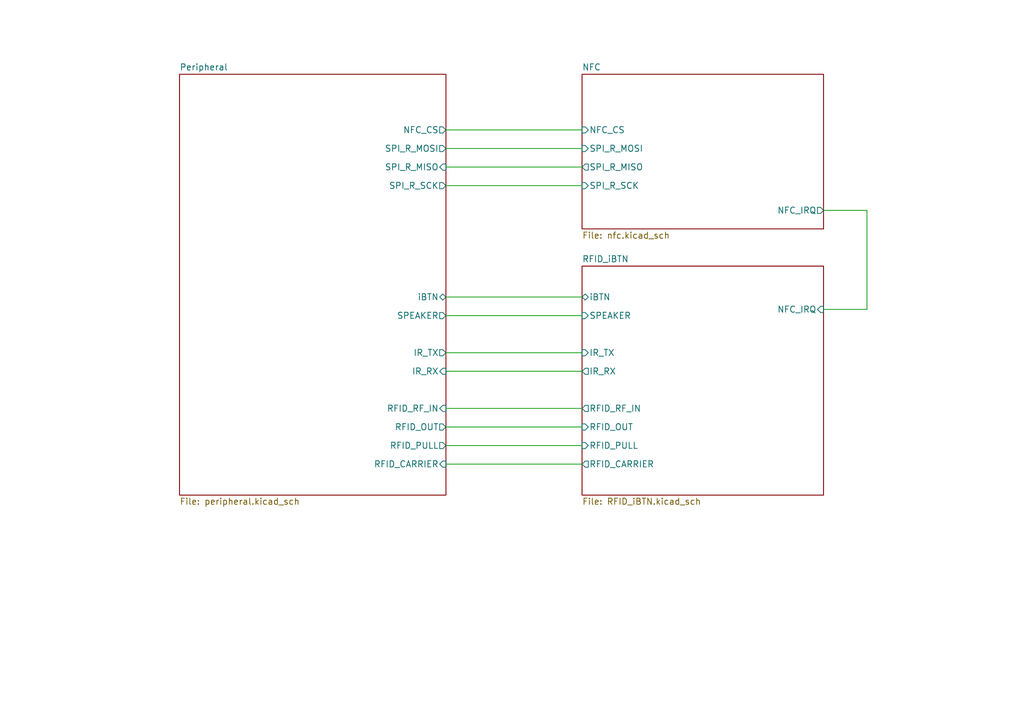
<source format=kicad_sch>
(kicad_sch
	(version 20231120)
	(generator "eeschema")
	(generator_version "8.0")
	(uuid "7dd4eb41-68d7-4a00-8d44-7d332f08e03f")
	(paper "A5")
	(lib_symbols)
	(wire
		(pts
			(xy 91.44 95.25) (xy 119.38 95.25)
		)
		(stroke
			(width 0)
			(type default)
		)
		(uuid "27b2d68e-8168-412c-bd42-0cc1b6c54e9a")
	)
	(wire
		(pts
			(xy 91.44 34.29) (xy 119.38 34.29)
		)
		(stroke
			(width 0)
			(type default)
		)
		(uuid "4beac326-c7b7-4e69-80d1-762d3f24494f")
	)
	(wire
		(pts
			(xy 91.44 38.1) (xy 119.38 38.1)
		)
		(stroke
			(width 0)
			(type default)
		)
		(uuid "641a7830-0d0a-4f8d-b3b1-073c62ede3bb")
	)
	(wire
		(pts
			(xy 91.44 26.67) (xy 119.38 26.67)
		)
		(stroke
			(width 0)
			(type default)
		)
		(uuid "645df947-5194-4ad8-b05e-5fa82df5f6b2")
	)
	(wire
		(pts
			(xy 91.44 76.2) (xy 119.38 76.2)
		)
		(stroke
			(width 0)
			(type default)
		)
		(uuid "81b909cb-3242-4852-9126-f93680183a82")
	)
	(wire
		(pts
			(xy 91.44 83.82) (xy 119.38 83.82)
		)
		(stroke
			(width 0)
			(type default)
		)
		(uuid "912cb57d-1be0-4a5b-bd36-6ce75e4e4331")
	)
	(wire
		(pts
			(xy 91.44 60.96) (xy 119.38 60.96)
		)
		(stroke
			(width 0)
			(type default)
		)
		(uuid "98849374-0c92-41cc-8690-167988ea07ae")
	)
	(wire
		(pts
			(xy 177.8 43.18) (xy 177.8 63.5)
		)
		(stroke
			(width 0)
			(type default)
		)
		(uuid "a579946a-928c-4799-86c1-90d5aeb2b9ea")
	)
	(wire
		(pts
			(xy 168.91 43.18) (xy 177.8 43.18)
		)
		(stroke
			(width 0)
			(type default)
		)
		(uuid "dd24b946-377e-4e49-aabe-1b43296dd67b")
	)
	(wire
		(pts
			(xy 91.44 87.63) (xy 119.38 87.63)
		)
		(stroke
			(width 0)
			(type default)
		)
		(uuid "e18a2df8-61f7-47ae-925b-551fc0e1927b")
	)
	(wire
		(pts
			(xy 91.44 64.77) (xy 119.38 64.77)
		)
		(stroke
			(width 0)
			(type default)
		)
		(uuid "e8a60397-e527-461e-9812-902d648a12bc")
	)
	(wire
		(pts
			(xy 91.44 72.39) (xy 119.38 72.39)
		)
		(stroke
			(width 0)
			(type default)
		)
		(uuid "e962feed-7d19-4a2f-b75f-e7dc01c50b2c")
	)
	(wire
		(pts
			(xy 168.91 63.5) (xy 177.8 63.5)
		)
		(stroke
			(width 0)
			(type default)
		)
		(uuid "f913d214-888a-46e4-b995-87b5d950ac25")
	)
	(wire
		(pts
			(xy 91.44 91.44) (xy 119.38 91.44)
		)
		(stroke
			(width 0)
			(type default)
		)
		(uuid "fccd5816-f97e-431a-95bd-b71ad9fd5bc9")
	)
	(wire
		(pts
			(xy 91.44 30.48) (xy 119.38 30.48)
		)
		(stroke
			(width 0)
			(type default)
		)
		(uuid "ff4b2696-1303-41f3-9281-6c902da53c9c")
	)
	(sheet
		(at 36.83 15.24)
		(size 54.61 86.36)
		(fields_autoplaced yes)
		(stroke
			(width 0.1524)
			(type solid)
		)
		(fill
			(color 0 0 0 0.0000)
		)
		(uuid "480636ee-bae2-4295-8580-fd09094d354a")
		(property "Sheetname" "Peripheral"
			(at 36.83 14.5284 0)
			(effects
				(font
					(size 1.27 1.27)
				)
				(justify left bottom)
			)
		)
		(property "Sheetfile" "peripheral.kicad_sch"
			(at 36.83 102.1846 0)
			(effects
				(font
					(size 1.27 1.27)
				)
				(justify left top)
			)
		)
		(pin "SPI_R_MOSI" output
			(at 91.44 30.48 0)
			(effects
				(font
					(size 1.27 1.27)
				)
				(justify right)
			)
			(uuid "b9fa9696-3808-404f-98bb-64acd4ac4815")
		)
		(pin "SPEAKER" output
			(at 91.44 64.77 0)
			(effects
				(font
					(size 1.27 1.27)
				)
				(justify right)
			)
			(uuid "301985da-f387-479a-aba2-c1b10981490c")
		)
		(pin "iBTN" bidirectional
			(at 91.44 60.96 0)
			(effects
				(font
					(size 1.27 1.27)
				)
				(justify right)
			)
			(uuid "17276b24-e0b8-4b80-ad29-3520138d2c4a")
		)
		(pin "NFC_CS" output
			(at 91.44 26.67 0)
			(effects
				(font
					(size 1.27 1.27)
				)
				(justify right)
			)
			(uuid "b07119e4-bde4-4f7b-8c7b-d96d80489e37")
		)
		(pin "RFID_RF_IN" input
			(at 91.44 83.82 0)
			(effects
				(font
					(size 1.27 1.27)
				)
				(justify right)
			)
			(uuid "9373eb3c-fdb8-48ce-a9db-fffe4f66ca40")
		)
		(pin "SPI_R_SCK" output
			(at 91.44 38.1 0)
			(effects
				(font
					(size 1.27 1.27)
				)
				(justify right)
			)
			(uuid "1c5b0046-9f36-42c9-a69b-2dd18cade422")
		)
		(pin "RFID_PULL" output
			(at 91.44 91.44 0)
			(effects
				(font
					(size 1.27 1.27)
				)
				(justify right)
			)
			(uuid "d2e04383-cb09-44b9-8cd2-f14de36cad22")
		)
		(pin "RFID_OUT" output
			(at 91.44 87.63 0)
			(effects
				(font
					(size 1.27 1.27)
				)
				(justify right)
			)
			(uuid "87f1b35d-d503-41d2-b5db-408cc48f11a1")
		)
		(pin "SPI_R_MISO" input
			(at 91.44 34.29 0)
			(effects
				(font
					(size 1.27 1.27)
				)
				(justify right)
			)
			(uuid "de935622-798c-46fc-8d0b-5a3a20eb2471")
		)
		(pin "RFID_CARRIER" input
			(at 91.44 95.25 0)
			(effects
				(font
					(size 1.27 1.27)
				)
				(justify right)
			)
			(uuid "74344240-d4f4-46aa-b316-d659724181cc")
		)
		(pin "IR_TX" output
			(at 91.44 72.39 0)
			(effects
				(font
					(size 1.27 1.27)
				)
				(justify right)
			)
			(uuid "276d701d-0063-421b-aeec-68cb7c38f2b8")
		)
		(pin "IR_RX" input
			(at 91.44 76.2 0)
			(effects
				(font
					(size 1.27 1.27)
				)
				(justify right)
			)
			(uuid "3b4244af-6e41-498c-84e0-722ba2dfccda")
		)
		(instances
			(project "nfc_rfid"
				(path "/7dd4eb41-68d7-4a00-8d44-7d332f08e03f"
					(page "2")
				)
			)
		)
	)
	(sheet
		(at 119.38 54.61)
		(size 49.53 46.99)
		(fields_autoplaced yes)
		(stroke
			(width 0.1524)
			(type solid)
		)
		(fill
			(color 0 0 0 0.0000)
		)
		(uuid "68db294e-1109-41c7-ac07-f081fa7480f6")
		(property "Sheetname" "RFID_iBTN"
			(at 119.38 53.8984 0)
			(effects
				(font
					(size 1.27 1.27)
				)
				(justify left bottom)
			)
		)
		(property "Sheetfile" "RFID_iBTN.kicad_sch"
			(at 119.38 102.1846 0)
			(effects
				(font
					(size 1.27 1.27)
				)
				(justify left top)
			)
		)
		(pin "iBTN" bidirectional
			(at 119.38 60.96 180)
			(effects
				(font
					(size 1.27 1.27)
				)
				(justify left)
			)
			(uuid "5a04d7b2-1725-4127-9071-f40caeec4984")
		)
		(pin "RFID_OUT" input
			(at 119.38 87.63 180)
			(effects
				(font
					(size 1.27 1.27)
				)
				(justify left)
			)
			(uuid "4a9a0c11-18e4-4389-aeb7-0ba9673e1719")
		)
		(pin "RFID_CARRIER" output
			(at 119.38 95.25 180)
			(effects
				(font
					(size 1.27 1.27)
				)
				(justify left)
			)
			(uuid "f976f882-930c-496a-97c0-5eb32779eb56")
		)
		(pin "RFID_PULL" input
			(at 119.38 91.44 180)
			(effects
				(font
					(size 1.27 1.27)
				)
				(justify left)
			)
			(uuid "a19a61e4-2057-4448-8956-30c75acfb0d6")
		)
		(pin "NFC_IRQ" input
			(at 168.91 63.5 0)
			(effects
				(font
					(size 1.27 1.27)
				)
				(justify right)
			)
			(uuid "282c14e3-d63a-41b3-a882-819cdf63d476")
		)
		(pin "RFID_RF_IN" output
			(at 119.38 83.82 180)
			(effects
				(font
					(size 1.27 1.27)
				)
				(justify left)
			)
			(uuid "8a496fe2-2f2d-4a5e-a34a-0e618c814dc4")
		)
		(pin "IR_RX" output
			(at 119.38 76.2 180)
			(effects
				(font
					(size 1.27 1.27)
				)
				(justify left)
			)
			(uuid "3104f89d-e2d4-4e12-bb52-f014613162d5")
		)
		(pin "SPEAKER" input
			(at 119.38 64.77 180)
			(effects
				(font
					(size 1.27 1.27)
				)
				(justify left)
			)
			(uuid "4cd26e7b-3772-4f2b-b588-4f6d98d9dcbd")
		)
		(pin "IR_TX" input
			(at 119.38 72.39 180)
			(effects
				(font
					(size 1.27 1.27)
				)
				(justify left)
			)
			(uuid "fa170de4-5655-4d86-b26d-c9d90993cbc2")
		)
		(instances
			(project "nfc_rfid"
				(path "/7dd4eb41-68d7-4a00-8d44-7d332f08e03f"
					(page "4")
				)
			)
		)
	)
	(sheet
		(at 119.38 15.24)
		(size 49.53 31.75)
		(fields_autoplaced yes)
		(stroke
			(width 0.1524)
			(type solid)
		)
		(fill
			(color 0 0 0 0.0000)
		)
		(uuid "69f52259-a7cd-47ca-a4d6-4bbd81828e8d")
		(property "Sheetname" "NFC"
			(at 119.38 14.5284 0)
			(effects
				(font
					(size 1.27 1.27)
				)
				(justify left bottom)
			)
		)
		(property "Sheetfile" "nfc.kicad_sch"
			(at 119.38 47.5746 0)
			(effects
				(font
					(size 1.27 1.27)
				)
				(justify left top)
			)
		)
		(pin "SPI_R_MOSI" input
			(at 119.38 30.48 180)
			(effects
				(font
					(size 1.27 1.27)
				)
				(justify left)
			)
			(uuid "91531eef-327e-4d07-b753-bb96ce53abff")
		)
		(pin "SPI_R_SCK" input
			(at 119.38 38.1 180)
			(effects
				(font
					(size 1.27 1.27)
				)
				(justify left)
			)
			(uuid "a188fe51-a428-481a-acff-d9e324c383cb")
		)
		(pin "NFC_CS" input
			(at 119.38 26.67 180)
			(effects
				(font
					(size 1.27 1.27)
				)
				(justify left)
			)
			(uuid "5925f267-3fb5-4a8e-befd-651a1562324f")
		)
		(pin "NFC_IRQ" output
			(at 168.91 43.18 0)
			(effects
				(font
					(size 1.27 1.27)
				)
				(justify right)
			)
			(uuid "dc83e8d3-2c64-4718-a5d8-68132440d082")
		)
		(pin "SPI_R_MISO" output
			(at 119.38 34.29 180)
			(effects
				(font
					(size 1.27 1.27)
				)
				(justify left)
			)
			(uuid "47b4483b-8c1d-4a27-a472-a7bcb4d47dc0")
		)
		(instances
			(project "nfc_rfid"
				(path "/7dd4eb41-68d7-4a00-8d44-7d332f08e03f"
					(page "3")
				)
			)
		)
	)
	(sheet_instances
		(path "/"
			(page "1")
		)
	)
)

</source>
